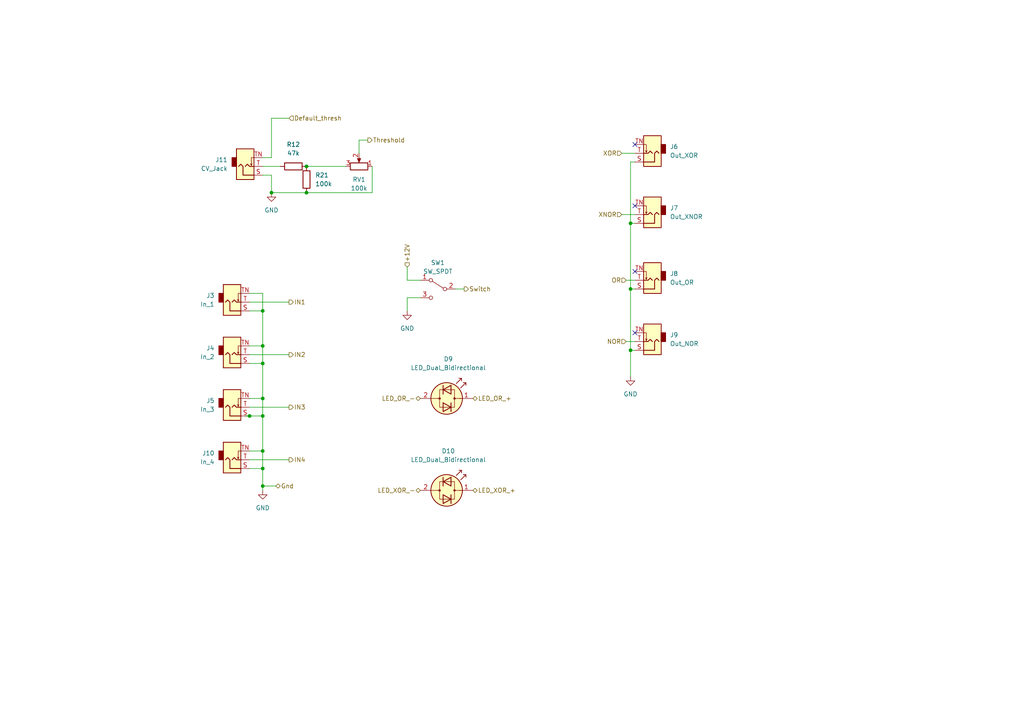
<source format=kicad_sch>
(kicad_sch (version 20211123) (generator eeschema)
  (paper "A4")
  (lib_symbols
    (symbol "Connector:AudioJack2_SwitchT"
      (property "Reference" "J" (at 0 8.89 0))
      (property "Value" "AudioJack2_SwitchT" (at 0 6.35 0))
      (symbol "AudioJack2_SwitchT_0_1"
        (rectangle (start -2.54 0) (end -3.81 -2.54) (stroke (width 0.254)) (fill (type outline)))
        (polyline (pts (xy 1.778 -0.254) (xy 2.032 -0.762)))
        (polyline (pts (xy 0 0) (xy 0.635 -0.635) (xy 1.27 0) (xy 2.54 0)) (stroke (width 0.254)))
        (polyline (pts (xy 2.54 -2.54) (xy 1.778 -2.54) (xy 1.778 -0.254) (xy 1.524 -0.762)))
        (polyline (pts (xy 2.54 2.54) (xy -0.635 2.54) (xy -0.635 0) (xy -1.27 -0.635) (xy -1.905 0)) (stroke (width 0.254)))
        (rectangle (start 2.54 3.81) (end -2.54 -5.08) (stroke (width 0.254)) (fill (type background)))
      )
      (symbol "AudioJack2_SwitchT_1_1"
        (pin passive line (at 5.08 2.54 180) (length 2.54) (name "~") (number "S"))
        (pin passive line (at 5.08 0 180) (length 2.54) (name "~") (number "T"))
        (pin passive line (at 5.08 -2.54 180) (length 2.54) (name "~") (number "TN"))
      )
    )
    (symbol "Device:LED_Dual_Bidirectional" (pin_names (offset 0) hide)
      (property "Reference" "D" (at 0 5.715 0))
      (property "Value" "LED_Dual_Bidirectional" (at 0 -6.35 0))
      (symbol "LED_Dual_Bidirectional_0_1"
        (circle (center -2.032 0) (radius 0.254) (fill (type outline)))
        (polyline (pts (xy -4.572 0) (xy -2.54 0)))
        (polyline (pts (xy -2.032 0) (xy -2.54 0)))
        (polyline (pts (xy -1.016 3.81) (xy -1.016 1.27)) (stroke (width 0.254)))
        (polyline (pts (xy 1.27 -1.27) (xy 1.27 -3.81)) (stroke (width 0.254)))
        (polyline (pts (xy 4.064 0) (xy 2.286 0)) (fill (type outline)))
        (polyline (pts (xy 4.318 5.842) (xy 4.318 5.08)) (stroke (width 0.2032)))
        (polyline (pts (xy 5.588 4.572) (xy 5.588 3.81)) (stroke (width 0.2032)))
        (polyline (pts (xy 2.794 4.318) (xy 4.318 5.842) (xy 3.556 5.842)) (stroke (width 0.2032)))
        (polyline (pts (xy 4.064 3.048) (xy 5.588 4.572) (xy 4.826 4.572)) (stroke (width 0.2032)))
        (polyline (pts (xy -1.016 -1.27) (xy -1.016 -3.81) (xy 1.27 -2.54) (xy -1.016 -1.27)) (stroke (width 0.254)))
        (polyline (pts (xy 1.27 3.81) (xy 1.27 1.27) (xy -1.016 2.54) (xy 1.27 3.81)) (stroke (width 0.254)))
        (polyline (pts (xy 2.286 2.54) (xy -2.032 2.54) (xy -2.032 -2.54) (xy 2.286 -2.54) (xy 2.286 2.54)))
        (circle (center 0 0) (radius 4.572) (stroke (width 0.254)) (fill (type background)))
        (circle (center 2.286 0) (radius 0.254) (fill (type outline)))
      )
      (symbol "LED_Dual_Bidirectional_1_1"
        (pin input line (at 7.62 0 180) (length 3.81) (name "KA") (number "1"))
        (pin input line (at -7.62 0 0) (length 3.048) (name "AK") (number "2"))
      )
    )
    (symbol "Device:R" (pin_numbers hide) (pin_names (offset 0))
      (property "Reference" "R" (at 2.032 0 90))
      (property "Value" "R" (at 0 0 90))
      (symbol "R_0_1"
        (rectangle (start -1.016 -2.54) (end 1.016 2.54) (stroke (width 0.254)))
      )
      (symbol "R_1_1"
        (pin passive line (at 0 3.81 270) (length 1.27) (name "~") (number "1"))
        (pin passive line (at 0 -3.81 90) (length 1.27) (name "~") (number "2"))
      )
    )
    (symbol "Device:R_Potentiometer" (pin_names (offset 1.016) hide)
      (property "Reference" "RV" (at -4.445 0 90))
      (property "Value" "R_Potentiometer" (at -2.54 0 90))
      (symbol "R_Potentiometer_0_1"
        (polyline (pts (xy 2.54 0) (xy 1.524 0)))
        (polyline (pts (xy 1.143 0) (xy 2.286 0.508) (xy 2.286 -0.508) (xy 1.143 0)) (fill (type outline)))
        (rectangle (start 1.016 2.54) (end -1.016 -2.54) (stroke (width 0.254)))
      )
      (symbol "R_Potentiometer_1_1"
        (pin passive line (at 0 3.81 270) (length 1.27) (name "1") (number "1"))
        (pin passive line (at 3.81 0 180) (length 1.27) (name "2") (number "2"))
        (pin passive line (at 0 -3.81 90) (length 1.27) (name "3") (number "3"))
      )
    )
    (symbol "Switch:SW_SPDT" (pin_names (offset 0) hide)
      (property "Reference" "SW" (at 0 4.318 0))
      (property "Value" "SW_SPDT" (at 0 -5.08 0))
      (symbol "SW_SPDT_0_0"
        (circle (center -2.032 0) (radius 0.508))
        (circle (center 2.032 -2.54) (radius 0.508))
      )
      (symbol "SW_SPDT_0_1"
        (polyline (pts (xy -1.524 0.254) (xy 1.651 2.286)))
        (circle (center 2.032 2.54) (radius 0.508))
      )
      (symbol "SW_SPDT_1_1"
        (pin passive line (at 5.08 2.54 180) (length 2.54) (name "A") (number "1"))
        (pin passive line (at -5.08 0 0) (length 2.54) (name "B") (number "2"))
        (pin passive line (at 5.08 -2.54 180) (length 2.54) (name "C") (number "3"))
      )
    )
    (symbol "power:GND" (power) (pin_names (offset 0))
      (property "Value" "GND" (at 0 -3.81 0))
      (symbol "GND_0_1"
        (polyline (pts (xy 0 0) (xy 0 -1.27) (xy 1.27 -1.27) (xy 0 -2.54) (xy -1.27 -1.27) (xy 0 -1.27)))
      )
      (symbol "GND_1_1"
        (pin power_in line (at 0 0 270) (length 0) hide (name "GND") (number "1"))
      )
    )
  )
  (junction (at 76.2 115.57))
  (junction (at 78.74 55.88))
  (junction (at 76.2 140.97))
  (junction (at 72.39 120.65))
  (junction (at 76.2 135.89))
  (junction (at 182.88 101.6))
  (junction (at 88.9 55.88))
  (junction (at 76.2 105.41))
  (junction (at 182.88 83.82))
  (junction (at 182.88 64.77))
  (junction (at 76.2 120.65))
  (junction (at 76.2 90.17))
  (junction (at 88.9 48.26))
  (junction (at 76.2 130.81))
  (junction (at 76.2 100.33))
  (no_connect (at 184.15 59.69))
  (no_connect (at 184.15 96.52))
  (no_connect (at 184.15 41.91))
  (no_connect (at 184.15 78.74))
  (wire (pts (xy 107.95 55.88) (xy 88.9 55.88)))
  (wire (pts (xy 181.61 81.28) (xy 184.15 81.28)))
  (wire (pts (xy 182.88 83.82) (xy 182.88 101.6)))
  (wire (pts (xy 76.2 115.57) (xy 76.2 120.65)))
  (wire (pts (xy 76.2 48.26) (xy 81.28 48.26)))
  (wire (pts (xy 118.11 86.36) (xy 118.11 90.17)))
  (wire (pts (xy 76.2 85.09) (xy 76.2 90.17)))
  (wire (pts (xy 72.39 85.09) (xy 76.2 85.09)))
  (wire (pts (xy 121.92 86.36) (xy 118.11 86.36)))
  (wire (pts (xy 78.74 34.29) (xy 83.82 34.29)))
  (wire (pts (xy 132.08 83.82) (xy 134.62 83.82)))
  (wire (pts (xy 76.2 45.72) (xy 78.74 45.72)))
  (wire (pts (xy 76.2 140.97) (xy 80.01 140.97)))
  (wire (pts (xy 72.39 90.17) (xy 76.2 90.17)))
  (wire (pts (xy 76.2 135.89) (xy 76.2 140.97)))
  (wire (pts (xy 182.88 46.99) (xy 182.88 64.77)))
  (wire (pts (xy 180.34 44.45) (xy 184.15 44.45)))
  (wire (pts (xy 106.68 40.64) (xy 104.14 40.64)))
  (wire (pts (xy 181.61 99.06) (xy 184.15 99.06)))
  (wire (pts (xy 104.14 40.64) (xy 104.14 44.45)))
  (wire (pts (xy 184.15 46.99) (xy 182.88 46.99)))
  (wire (pts (xy 78.74 50.8) (xy 76.2 50.8)))
  (wire (pts (xy 76.2 140.97) (xy 76.2 142.24)))
  (wire (pts (xy 76.2 120.65) (xy 76.2 130.81)))
  (wire (pts (xy 71.12 120.65) (xy 72.39 120.65)))
  (wire (pts (xy 72.39 135.89) (xy 76.2 135.89)))
  (wire (pts (xy 72.39 130.81) (xy 76.2 130.81)))
  (wire (pts (xy 76.2 105.41) (xy 76.2 115.57)))
  (wire (pts (xy 72.39 87.63) (xy 83.82 87.63)))
  (wire (pts (xy 78.74 55.88) (xy 88.9 55.88)))
  (wire (pts (xy 76.2 130.81) (xy 76.2 135.89)))
  (wire (pts (xy 76.2 90.17) (xy 76.2 100.33)))
  (wire (pts (xy 72.39 118.11) (xy 83.82 118.11)))
  (wire (pts (xy 180.34 62.23) (xy 184.15 62.23)))
  (wire (pts (xy 182.88 64.77) (xy 182.88 83.82)))
  (wire (pts (xy 118.11 81.28) (xy 121.92 81.28)))
  (wire (pts (xy 72.39 115.57) (xy 76.2 115.57)))
  (wire (pts (xy 184.15 83.82) (xy 182.88 83.82)))
  (wire (pts (xy 78.74 50.8) (xy 78.74 55.88)))
  (wire (pts (xy 118.11 77.47) (xy 118.11 81.28)))
  (wire (pts (xy 76.2 100.33) (xy 76.2 105.41)))
  (wire (pts (xy 72.39 133.35) (xy 83.82 133.35)))
  (wire (pts (xy 107.95 48.26) (xy 107.95 55.88)))
  (wire (pts (xy 78.74 45.72) (xy 78.74 34.29)))
  (wire (pts (xy 88.9 48.26) (xy 100.33 48.26)))
  (wire (pts (xy 72.39 105.41) (xy 76.2 105.41)))
  (wire (pts (xy 72.39 102.87) (xy 83.82 102.87)))
  (wire (pts (xy 184.15 101.6) (xy 182.88 101.6)))
  (wire (pts (xy 184.15 64.77) (xy 182.88 64.77)))
  (wire (pts (xy 182.88 101.6) (xy 182.88 109.22)))
  (wire (pts (xy 72.39 100.33) (xy 76.2 100.33)))
  (wire (pts (xy 72.39 120.65) (xy 76.2 120.65)))
  (hierarchical_label "+12V" (shape input) (at 118.11 77.47 90))
  (hierarchical_label "Gnd" (shape bidirectional) (at 80.01 140.97 0))
  (hierarchical_label "Switch" (shape output) (at 134.62 83.82 0))
  (hierarchical_label "IN4" (shape output) (at 83.82 133.35 0))
  (hierarchical_label "LED_XOR_+" (shape bidirectional) (at 137.16 142.24 0))
  (hierarchical_label "IN1" (shape output) (at 83.82 87.63 0))
  (hierarchical_label "OR" (shape input) (at 181.61 81.28 180))
  (hierarchical_label "Threshold" (shape output) (at 106.68 40.64 0))
  (hierarchical_label "XOR" (shape input) (at 180.34 44.45 180))
  (hierarchical_label "NOR" (shape input) (at 181.61 99.06 180))
  (hierarchical_label "LED_OR_+" (shape bidirectional) (at 137.16 115.57 0))
  (hierarchical_label "LED_XOR_-" (shape bidirectional) (at 121.92 142.24 180))
  (hierarchical_label "XNOR" (shape input) (at 180.34 62.23 180))
  (hierarchical_label "LED_OR_-" (shape bidirectional) (at 121.92 115.57 180))
  (hierarchical_label "IN3" (shape output) (at 83.82 118.11 0))
  (hierarchical_label "IN2" (shape output) (at 83.82 102.87 0))
  (hierarchical_label "Default_thresh" (shape input) (at 83.82 34.29 0))
  (symbol (lib_id "power:GND") (at 118.11 90.17 0) (unit 1)
    (property "Reference" "#PWR0117" (effects hide))
    (property "Value" "GND" (at 118.11 95.25 0))
  )
  (symbol (lib_id "power:GND") (at 76.2 142.24 0) (unit 1)
    (property "Reference" "#PWR013" (effects hide))
    (property "Value" "GND" (at 76.2 147.32 0))
  )
  (symbol (lib_id "power:GND") (at 182.88 109.22 0) (unit 1)
    (property "Reference" "#PWR0118" (effects hide))
    (property "Value" "GND" (at 182.88 114.3 0))
  )
  (symbol (lib_id "Device:R") (at 88.9 52.07 0) (unit 1)
    (property "Reference" "R21" (at 91.44 50.7999 0) (effects (justify left)))
    (property "Value" "100k" (at 91.44 53.3399 0) (effects (justify left)))
    (property "Footprint" "Resistor_THT:R_Axial_DIN0207_L6.3mm_D2.5mm_P7.62mm_Horizontal" (effects hide))
  )
  (symbol (lib_id "Device:LED_Dual_Bidirectional") (at 129.54 142.24 0) (unit 1)
    (property "Reference" "D10" (at 130.0353 130.81 0))
    (property "Value" "LED_Dual_Bidirectional" (at 130.0353 133.35 0))
    (property "Footprint" "LED_THT:LED_D5.0mm" (effects hide))
  )
  (symbol (lib_id "Connector:AudioJack2_SwitchT") (at 67.31 118.11 0) (mirror x) (unit 1)
    (property "Reference" "J5" (at 62.23 116.2049 0) (effects (justify right)))
    (property "Value" "In_3" (at 62.23 118.7449 0) (effects (justify right)))
    (property "Footprint" "Connector_Audio:Jack_3.5mm_QingPu_WQP-PJ398SM_Vertical_CircularHoles" (effects hide))
  )
  (symbol (lib_id "Device:LED_Dual_Bidirectional") (at 129.54 115.57 0) (unit 1)
    (property "Reference" "D9" (at 130.0353 104.14 0))
    (property "Value" "LED_Dual_Bidirectional" (at 130.0353 106.68 0))
    (property "Footprint" "LED_THT:LED_D5.0mm" (effects hide))
  )
  (symbol (lib_id "Connector:AudioJack2_SwitchT") (at 189.23 62.23 180) (unit 1)
    (property "Reference" "J7" (at 194.31 60.3249 0) (effects (justify right)))
    (property "Value" "Out_XNOR" (at 194.31 62.8649 0) (effects (justify right)))
    (property "Footprint" "Connector_Audio:Jack_3.5mm_QingPu_WQP-PJ398SM_Vertical_CircularHoles" (effects hide))
  )
  (symbol (lib_id "Connector:AudioJack2_SwitchT") (at 67.31 133.35 0) (mirror x) (unit 1)
    (property "Reference" "J10" (at 62.23 131.4449 0) (effects (justify right)))
    (property "Value" "In_4" (at 62.23 133.9849 0) (effects (justify right)))
    (property "Footprint" "Connector_Audio:Jack_3.5mm_QingPu_WQP-PJ398SM_Vertical_CircularHoles" (effects hide))
  )
  (symbol (lib_id "Connector:AudioJack2_SwitchT") (at 67.31 87.63 0) (mirror x) (unit 1)
    (property "Reference" "J3" (at 62.23 85.7249 0) (effects (justify right)))
    (property "Value" "In_1" (at 62.23 88.2649 0) (effects (justify right)))
    (property "Footprint" "Connector_Audio:Jack_3.5mm_QingPu_WQP-PJ398SM_Vertical_CircularHoles" (effects hide))
  )
  (symbol (lib_id "Connector:AudioJack2_SwitchT") (at 67.31 102.87 0) (mirror x) (unit 1)
    (property "Reference" "J4" (at 62.23 100.9649 0) (effects (justify right)))
    (property "Value" "In_2" (at 62.23 103.5049 0) (effects (justify right)))
    (property "Footprint" "Connector_Audio:Jack_3.5mm_QingPu_WQP-PJ398SM_Vertical_CircularHoles" (effects hide))
  )
  (symbol (lib_id "Switch:SW_SPDT") (at 127 83.82 0) (mirror y) (unit 1)
    (property "Reference" "SW1" (at 127 76.2 0))
    (property "Value" "SW_SPDT" (at 127 78.74 0))
    (property "Footprint" "Library:Dailywell sub-miniature toggle switch" (effects hide))
  )
  (symbol (lib_id "Device:R") (at 85.09 48.26 270) (unit 1)
    (property "Reference" "R12" (at 85.09 41.91 90))
    (property "Value" "47k" (at 85.09 44.45 90))
    (property "Footprint" "Resistor_THT:R_Axial_DIN0207_L6.3mm_D2.5mm_P7.62mm_Horizontal" (effects hide))
  )
  (symbol (lib_id "Connector:AudioJack2_SwitchT") (at 71.12 48.26 0) (mirror x) (unit 1)
    (property "Reference" "J11" (at 66.04 46.3549 0) (effects (justify right)))
    (property "Value" "CV_Jack" (at 66.04 48.8949 0) (effects (justify right)))
    (property "Footprint" "Connector_Audio:Jack_3.5mm_QingPu_WQP-PJ398SM_Vertical_CircularHoles" (effects hide))
  )
  (symbol (lib_id "Connector:AudioJack2_SwitchT") (at 189.23 44.45 180) (unit 1)
    (property "Reference" "J6" (at 194.31 42.5449 0) (effects (justify right)))
    (property "Value" "Out_XOR" (at 194.31 45.0849 0) (effects (justify right)))
    (property "Footprint" "Connector_Audio:Jack_3.5mm_QingPu_WQP-PJ398SM_Vertical_CircularHoles" (effects hide))
  )
  (symbol (lib_id "Connector:AudioJack2_SwitchT") (at 189.23 81.28 180) (unit 1)
    (property "Reference" "J8" (at 194.31 79.3749 0) (effects (justify right)))
    (property "Value" "Out_OR" (at 194.31 81.9149 0) (effects (justify right)))
    (property "Footprint" "Connector_Audio:Jack_3.5mm_QingPu_WQP-PJ398SM_Vertical_CircularHoles" (effects hide))
  )
  (symbol (lib_id "Connector:AudioJack2_SwitchT") (at 189.23 99.06 180) (unit 1)
    (property "Reference" "J9" (at 194.31 97.1549 0) (effects (justify right)))
    (property "Value" "Out_NOR" (at 194.31 99.6949 0) (effects (justify right)))
    (property "Footprint" "Connector_Audio:Jack_3.5mm_QingPu_WQP-PJ398SM_Vertical_CircularHoles" (effects hide))
  )
  (symbol (lib_id "Device:R_Potentiometer") (at 104.14 48.26 270) (mirror x) (unit 1)
    (property "Reference" "RV1" (at 104.14 52.07 90))
    (property "Value" "100k" (at 104.14 54.61 90))
    (property "Footprint" "Potentiometer_THT:Potentiometer_Alpha_RD901F-40-00D_Single_Vertical" (effects hide))
  )
  (symbol (lib_id "power:GND") (at 78.74 55.88 0) (unit 1)
    (property "Reference" "#PWR014" (effects hide))
    (property "Value" "GND" (at 78.74 60.96 0))
  )
)
</source>
